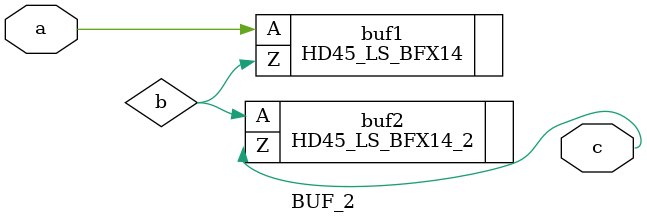
<source format=v>
module BUF_2 (a, c);
input a ; 
output  c;
wire b;
HD45_LS_BFX14 buf1 (.Z(b), .A(a));
HD45_LS_BFX14_2 buf2 (.Z(c), .A(b));
endmodule 

</source>
